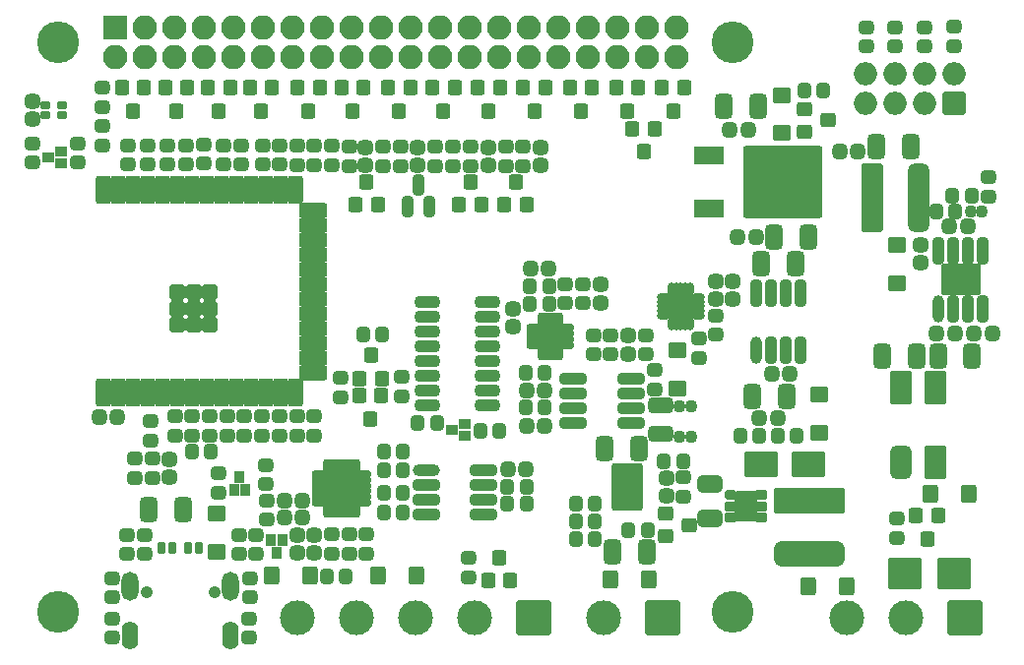
<source format=gbr>
%TF.GenerationSoftware,KiCad,Pcbnew,7.0.1*%
%TF.CreationDate,2024-03-07T06:40:02+01:00*%
%TF.ProjectId,AnthC,416e7468-432e-46b6-9963-61645f706362,M2-R4*%
%TF.SameCoordinates,Original*%
%TF.FileFunction,Soldermask,Top*%
%TF.FilePolarity,Negative*%
%FSLAX46Y46*%
G04 Gerber Fmt 4.6, Leading zero omitted, Abs format (unit mm)*
G04 Created by KiCad (PCBNEW 7.0.1) date 2024-03-07 06:40:02*
%MOMM*%
%LPD*%
G01*
G04 APERTURE LIST*
G04 Aperture macros list*
%AMRoundRect*
0 Rectangle with rounded corners*
0 $1 Rounding radius*
0 $2 $3 $4 $5 $6 $7 $8 $9 X,Y pos of 4 corners*
0 Add a 4 corners polygon primitive as box body*
4,1,4,$2,$3,$4,$5,$6,$7,$8,$9,$2,$3,0*
0 Add four circle primitives for the rounded corners*
1,1,$1+$1,$2,$3*
1,1,$1+$1,$4,$5*
1,1,$1+$1,$6,$7*
1,1,$1+$1,$8,$9*
0 Add four rect primitives between the rounded corners*
20,1,$1+$1,$2,$3,$4,$5,0*
20,1,$1+$1,$4,$5,$6,$7,0*
20,1,$1+$1,$6,$7,$8,$9,0*
20,1,$1+$1,$8,$9,$2,$3,0*%
G04 Aperture macros list end*
%ADD10C,3.600000*%
%ADD11RoundRect,0.400000X-0.200000X-0.275000X0.200000X-0.275000X0.200000X0.275000X-0.200000X0.275000X0*%
%ADD12RoundRect,0.400000X0.275000X-0.200000X0.275000X0.200000X-0.275000X0.200000X-0.275000X-0.200000X0*%
%ADD13RoundRect,0.400000X0.200000X0.275000X-0.200000X0.275000X-0.200000X-0.275000X0.200000X-0.275000X0*%
%ADD14RoundRect,0.425000X0.250000X-0.225000X0.250000X0.225000X-0.250000X0.225000X-0.250000X-0.225000X0*%
%ADD15RoundRect,0.425000X0.225000X0.250000X-0.225000X0.250000X-0.225000X-0.250000X0.225000X-0.250000X0*%
%ADD16RoundRect,0.449999X0.325001X0.650001X-0.325001X0.650001X-0.325001X-0.650001X0.325001X-0.650001X0*%
%ADD17RoundRect,0.500000X-0.675000X0.000000X0.675000X0.000000X0.675000X0.000000X-0.675000X0.000000X0*%
%ADD18RoundRect,0.350000X-0.825000X-0.150000X0.825000X-0.150000X0.825000X0.150000X-0.825000X0.150000X0*%
%ADD19RoundRect,0.200000X-0.250000X0.330000X-0.250000X-0.330000X0.250000X-0.330000X0.250000X0.330000X0*%
%ADD20RoundRect,0.425000X-0.250000X0.225000X-0.250000X-0.225000X0.250000X-0.225000X0.250000X0.225000X0*%
%ADD21RoundRect,0.200000X0.400000X-0.450000X0.400000X0.450000X-0.400000X0.450000X-0.400000X-0.450000X0*%
%ADD22RoundRect,0.425000X-0.225000X-0.250000X0.225000X-0.250000X0.225000X0.250000X-0.225000X0.250000X0*%
%ADD23RoundRect,0.400000X-0.275000X0.200000X-0.275000X-0.200000X0.275000X-0.200000X0.275000X0.200000X0*%
%ADD24RoundRect,0.500000X0.000000X-0.675000X0.000000X0.675000X0.000000X0.675000X0.000000X-0.675000X0*%
%ADD25RoundRect,0.350000X0.150000X-0.825000X0.150000X0.825000X-0.150000X0.825000X-0.150000X-0.825000X0*%
%ADD26RoundRect,0.340000X0.140000X0.170000X-0.140000X0.170000X-0.140000X-0.170000X0.140000X-0.170000X0*%
%ADD27RoundRect,0.200000X0.450000X0.600000X-0.450000X0.600000X-0.450000X-0.600000X0.450000X-0.600000X0*%
%ADD28RoundRect,0.200000X-0.600000X0.450000X-0.600000X-0.450000X0.600000X-0.450000X0.600000X0.450000X0*%
%ADD29RoundRect,0.200000X0.250000X-0.330000X0.250000X0.330000X-0.250000X0.330000X-0.250000X-0.330000X0*%
%ADD30RoundRect,0.200000X-0.330000X-0.250000X0.330000X-0.250000X0.330000X0.250000X-0.330000X0.250000X0*%
%ADD31RoundRect,0.200000X1.500000X-1.145000X1.500000X1.145000X-1.500000X1.145000X-1.500000X-1.145000X0*%
%ADD32RoundRect,0.450000X0.325000X0.650000X-0.325000X0.650000X-0.325000X-0.650000X0.325000X-0.650000X0*%
%ADD33RoundRect,0.575000X0.375000X0.875000X-0.375000X0.875000X-0.375000X-0.875000X0.375000X-0.875000X0*%
%ADD34RoundRect,0.255500X0.694500X1.194500X-0.694500X1.194500X-0.694500X-1.194500X0.694500X-1.194500X0*%
%ADD35RoundRect,0.562500X0.362500X2.387500X-0.362500X2.387500X-0.362500X-2.387500X0.362500X-2.387500X0*%
%ADD36RoundRect,0.200000X0.725000X2.750000X-0.725000X2.750000X-0.725000X-2.750000X0.725000X-2.750000X0*%
%ADD37RoundRect,0.200000X-0.400000X0.450000X-0.400000X-0.450000X0.400000X-0.450000X0.400000X0.450000X0*%
%ADD38RoundRect,0.200000X0.450000X-1.000000X0.450000X1.000000X-0.450000X1.000000X-0.450000X-1.000000X0*%
%ADD39RoundRect,0.200000X1.000000X0.450000X-1.000000X0.450000X-1.000000X-0.450000X1.000000X-0.450000X0*%
%ADD40RoundRect,0.200000X0.450000X-0.450000X0.450000X0.450000X-0.450000X0.450000X-0.450000X-0.450000X0*%
%ADD41C,1.000000*%
%ADD42RoundRect,0.200000X-0.450000X-0.600000X0.450000X-0.600000X0.450000X0.600000X-0.450000X0.600000X0*%
%ADD43RoundRect,0.200000X1.250000X1.150000X-1.250000X1.150000X-1.250000X-1.150000X1.250000X-1.150000X0*%
%ADD44RoundRect,0.449999X-0.325001X-0.650001X0.325001X-0.650001X0.325001X0.650001X-0.325001X0.650001X0*%
%ADD45RoundRect,0.262500X-0.350000X-0.062500X0.350000X-0.062500X0.350000X0.062500X-0.350000X0.062500X0*%
%ADD46RoundRect,0.262500X-0.062500X-0.350000X0.062500X-0.350000X0.062500X0.350000X-0.062500X0.350000X0*%
%ADD47RoundRect,0.200000X-0.850000X-0.850000X0.850000X-0.850000X0.850000X0.850000X-0.850000X0.850000X0*%
%ADD48RoundRect,0.200000X-0.450000X-0.400000X0.450000X-0.400000X0.450000X0.400000X-0.450000X0.400000X0*%
%ADD49RoundRect,0.200000X0.600000X-0.450000X0.600000X0.450000X-0.600000X0.450000X-0.600000X-0.450000X0*%
%ADD50RoundRect,0.200000X-1.300000X-1.300000X1.300000X-1.300000X1.300000X1.300000X-1.300000X1.300000X0*%
%ADD51RoundRect,0.275000X0.175000X0.075000X-0.175000X0.075000X-0.175000X-0.075000X0.175000X-0.075000X0*%
%ADD52RoundRect,0.350000X-0.725000X-0.150000X0.725000X-0.150000X0.725000X0.150000X-0.725000X0.150000X0*%
%ADD53RoundRect,0.262500X-0.062500X0.362500X-0.062500X-0.362500X0.062500X-0.362500X0.062500X0.362500X0*%
%ADD54RoundRect,0.200000X-1.190000X0.825000X-1.190000X-0.825000X1.190000X-0.825000X1.190000X0.825000X0*%
%ADD55RoundRect,0.449999X0.650001X-0.325001X0.650001X0.325001X-0.650001X0.325001X-0.650001X-0.325001X0*%
%ADD56RoundRect,0.200000X-1.250000X-0.900000X1.250000X-0.900000X1.250000X0.900000X-1.250000X0.900000X0*%
%ADD57RoundRect,0.200000X-1.100000X-0.600000X1.100000X-0.600000X1.100000X0.600000X-1.100000X0.600000X0*%
%ADD58RoundRect,0.200000X-3.200000X-2.900000X3.200000X-2.900000X3.200000X2.900000X-3.200000X2.900000X0*%
%ADD59RoundRect,0.250000X-0.050000X0.312500X-0.050000X-0.312500X0.050000X-0.312500X0.050000X0.312500X0*%
%ADD60RoundRect,0.250000X-0.312500X0.050000X-0.312500X-0.050000X0.312500X-0.050000X0.312500X0.050000X0*%
%ADD61RoundRect,0.200000X-0.925000X0.925000X-0.925000X-0.925000X0.925000X-0.925000X0.925000X0.925000X0*%
%ADD62RoundRect,0.650000X2.400000X-0.450000X2.400000X0.450000X-2.400000X0.450000X-2.400000X-0.450000X0*%
%ADD63RoundRect,0.200000X2.850000X-0.900000X2.850000X0.900000X-2.850000X0.900000X-2.850000X-0.900000X0*%
%ADD64RoundRect,0.312500X-0.202500X-0.112500X0.202500X-0.112500X0.202500X0.112500X-0.202500X0.112500X0*%
%ADD65RoundRect,0.200000X-0.315000X-0.225000X0.315000X-0.225000X0.315000X0.225000X-0.315000X0.225000X0*%
%ADD66RoundRect,0.200000X-0.400000X-0.525000X0.400000X-0.525000X0.400000X0.525000X-0.400000X0.525000X0*%
%ADD67RoundRect,0.200000X-0.175000X-0.300000X0.175000X-0.300000X0.175000X0.300000X-0.175000X0.300000X0*%
%ADD68RoundRect,0.200000X0.175000X0.300000X-0.175000X0.300000X-0.175000X-0.300000X0.175000X-0.300000X0*%
%ADD69RoundRect,0.350000X0.825000X0.150000X-0.825000X0.150000X-0.825000X-0.150000X0.825000X-0.150000X0*%
%ADD70RoundRect,0.340000X-0.140000X-0.170000X0.140000X-0.170000X0.140000X0.170000X-0.140000X0.170000X0*%
%ADD71RoundRect,0.350000X0.150000X-0.587500X0.150000X0.587500X-0.150000X0.587500X-0.150000X-0.587500X0*%
%ADD72RoundRect,0.450000X-0.650000X0.250000X-0.650000X-0.250000X0.650000X-0.250000X0.650000X0.250000X0*%
%ADD73RoundRect,0.200000X-0.850000X0.850000X-0.850000X-0.850000X0.850000X-0.850000X0.850000X0.850000X0*%
%ADD74O,2.100000X2.100000*%
%ADD75C,1.050000*%
%ADD76O,1.400000X2.400000*%
%ADD77O,1.450000X2.500000*%
%ADD78RoundRect,0.200000X0.800000X-0.800000X0.800000X0.800000X-0.800000X0.800000X-0.800000X-0.800000X0*%
%ADD79O,2.000000X2.000000*%
%ADD80RoundRect,0.200000X1.300000X1.300000X-1.300000X1.300000X-1.300000X-1.300000X1.300000X-1.300000X0*%
%ADD81C,3.000000*%
G04 APERTURE END LIST*
D10*
%TO.C,MH1*%
X241500000Y-98500000D03*
%TD*%
%TO.C,MH3*%
X241500000Y-147500000D03*
%TD*%
%TO.C,MH4*%
X183500000Y-98500000D03*
%TD*%
D11*
%TO.C,R13*%
X224025000Y-120950000D03*
X225675000Y-120950000D03*
%TD*%
%TO.C,R27*%
X224025000Y-119450000D03*
X225675000Y-119450000D03*
%TD*%
D12*
%TO.C,R29*%
X228600000Y-120925000D03*
X228600000Y-119275000D03*
%TD*%
D13*
%TO.C,R10*%
X225325000Y-126900000D03*
X223675000Y-126900000D03*
%TD*%
D14*
%TO.C,C15*%
X240000000Y-120575000D03*
X240000000Y-119025000D03*
%TD*%
%TO.C,C23*%
X222600000Y-122975000D03*
X222600000Y-121425000D03*
%TD*%
D15*
%TO.C,C14*%
X188575000Y-130750000D03*
X187025000Y-130750000D03*
%TD*%
D16*
%TO.C,C30*%
X194225000Y-138700000D03*
X191275000Y-138700000D03*
%TD*%
D17*
%TO.C,U4*%
X215125000Y-135295000D03*
D18*
X215125000Y-136565000D03*
X215125000Y-137835000D03*
X215125000Y-139105000D03*
X220075000Y-139105000D03*
X220075000Y-137835000D03*
X220075000Y-136565000D03*
X220075000Y-135295000D03*
%TD*%
D12*
%TO.C,R35*%
X197250000Y-137215000D03*
X197250000Y-135565000D03*
%TD*%
D19*
%TO.C,Q1*%
X198580000Y-137020000D03*
X199580000Y-137020000D03*
X199080000Y-135880000D03*
%TD*%
D12*
%TO.C,R21*%
X207800000Y-129000000D03*
X207800000Y-127350000D03*
%TD*%
%TO.C,R14*%
X187300000Y-107325000D03*
X187300000Y-105675000D03*
%TD*%
D20*
%TO.C,C17*%
X235750000Y-135975000D03*
X235750000Y-137525000D03*
%TD*%
D10*
%TO.C,MH2*%
X183500000Y-147500000D03*
%TD*%
D21*
%TO.C,Q4*%
X209400000Y-127400000D03*
X211300000Y-127400000D03*
X210350000Y-125400000D03*
%TD*%
D15*
%TO.C,C6*%
X204475000Y-139400000D03*
X202925000Y-139400000D03*
%TD*%
D22*
%TO.C,C27*%
X223725000Y-128400000D03*
X225275000Y-128400000D03*
%TD*%
D20*
%TO.C,C28*%
X230100000Y-119325000D03*
X230100000Y-120875000D03*
%TD*%
D23*
%TO.C,R15*%
X201400000Y-137925000D03*
X201400000Y-139575000D03*
%TD*%
D13*
%TO.C,R17*%
X208225000Y-144450000D03*
X206575000Y-144450000D03*
%TD*%
%TO.C,R19*%
X221425000Y-131900000D03*
X219775000Y-131900000D03*
%TD*%
D12*
%TO.C,R20*%
X199000000Y-142525000D03*
X199000000Y-140875000D03*
%TD*%
%TO.C,R25*%
X255450000Y-98825000D03*
X255450000Y-97175000D03*
%TD*%
%TO.C,R26*%
X258000000Y-98825000D03*
X258000000Y-97175000D03*
%TD*%
%TO.C,R28*%
X252950000Y-98825000D03*
X252950000Y-97175000D03*
%TD*%
%TO.C,R33*%
X185140000Y-108825000D03*
X185140000Y-107175000D03*
%TD*%
D23*
%TO.C,R42*%
X181240000Y-107175000D03*
X181240000Y-108825000D03*
%TD*%
D12*
%TO.C,R47*%
X207000000Y-142475000D03*
X207000000Y-140825000D03*
%TD*%
D23*
%TO.C,R48*%
X191400000Y-131075000D03*
X191400000Y-132725000D03*
%TD*%
%TO.C,R57*%
X196500000Y-130675000D03*
X196500000Y-132325000D03*
%TD*%
%TO.C,R59*%
X199500000Y-130675000D03*
X199500000Y-132325000D03*
%TD*%
%TO.C,R60*%
X201000000Y-130675000D03*
X201000000Y-132325000D03*
%TD*%
%TO.C,R61*%
X202500000Y-130675000D03*
X202500000Y-132325000D03*
%TD*%
D13*
%TO.C,R66*%
X211325000Y-123600000D03*
X209675000Y-123600000D03*
%TD*%
D12*
%TO.C,R69*%
X192850000Y-108975000D03*
X192850000Y-107325000D03*
%TD*%
%TO.C,R72*%
X205500000Y-132325000D03*
X205500000Y-130675000D03*
%TD*%
%TO.C,R73*%
X196000000Y-108925000D03*
X196000000Y-107275000D03*
%TD*%
%TO.C,R74*%
X199250000Y-108975000D03*
X199250000Y-107325000D03*
%TD*%
%TO.C,R75*%
X202500000Y-108975000D03*
X202500000Y-107325000D03*
%TD*%
%TO.C,R77*%
X191200000Y-108975000D03*
X191200000Y-107325000D03*
%TD*%
%TO.C,R78*%
X189450000Y-108975000D03*
X189450000Y-107325000D03*
%TD*%
%TO.C,R79*%
X204000000Y-109025000D03*
X204000000Y-107375000D03*
%TD*%
%TO.C,R80*%
X207000000Y-109025000D03*
X207000000Y-107375000D03*
%TD*%
D24*
%TO.C,U13*%
X243495000Y-124975000D03*
D25*
X244765000Y-124975000D03*
X246035000Y-124975000D03*
X247305000Y-124975000D03*
X247305000Y-120025000D03*
X246035000Y-120025000D03*
X244765000Y-120025000D03*
X243495000Y-120025000D03*
%TD*%
D22*
%TO.C,C4*%
X259025000Y-123500000D03*
X260575000Y-123500000D03*
%TD*%
D15*
%TO.C,C5*%
X261675000Y-114300000D03*
X260125000Y-114300000D03*
%TD*%
D26*
%TO.C,C7*%
X262880000Y-113025000D03*
X261920000Y-113025000D03*
%TD*%
D15*
%TO.C,C24*%
X243475000Y-115250000D03*
X241925000Y-115250000D03*
%TD*%
D27*
%TO.C,D1*%
X205150000Y-144400000D03*
X201850000Y-144400000D03*
%TD*%
%TO.C,D8*%
X214250000Y-144400000D03*
X210950000Y-144400000D03*
%TD*%
D28*
%TO.C,D18*%
X255600000Y-115950000D03*
X255600000Y-119250000D03*
%TD*%
D29*
%TO.C,Q2*%
X202750000Y-141280000D03*
X201750000Y-141280000D03*
X202250000Y-142420000D03*
%TD*%
D30*
%TO.C,Q5*%
X218470000Y-132300000D03*
X218470000Y-131300000D03*
X217330000Y-131800000D03*
%TD*%
%TO.C,Q7*%
X183740000Y-108900000D03*
X183740000Y-107900000D03*
X182600000Y-108400000D03*
%TD*%
D11*
%TO.C,R87*%
X247625000Y-102650000D03*
X249275000Y-102650000D03*
%TD*%
D24*
%TO.C,U1*%
X259195000Y-121375000D03*
D25*
X260465000Y-121375000D03*
X261735000Y-121375000D03*
X263005000Y-121375000D03*
X263005000Y-116425000D03*
X261735000Y-116425000D03*
X260465000Y-116425000D03*
X259195000Y-116425000D03*
D31*
X261100000Y-118900000D03*
%TD*%
D16*
%TO.C,C1*%
X257275000Y-125500000D03*
X254325000Y-125500000D03*
%TD*%
D14*
%TO.C,C8*%
X257600000Y-117475000D03*
X257600000Y-115925000D03*
%TD*%
D11*
%TO.C,R38*%
X232525000Y-140450000D03*
X234175000Y-140450000D03*
%TD*%
D32*
%TO.C,C18*%
X234075000Y-142350000D03*
X231125000Y-142350000D03*
%TD*%
D11*
%TO.C,R37*%
X242125000Y-132300000D03*
X243775000Y-132300000D03*
%TD*%
D20*
%TO.C,C32*%
X181300000Y-103525000D03*
X181300000Y-105075000D03*
%TD*%
D15*
%TO.C,C34*%
X225275000Y-131450000D03*
X223725000Y-131450000D03*
%TD*%
D12*
%TO.C,R89*%
X200500000Y-142525000D03*
X200500000Y-140875000D03*
%TD*%
D23*
%TO.C,R46*%
X218900000Y-107475000D03*
X218900000Y-109125000D03*
%TD*%
%TO.C,R63*%
X208500000Y-140825000D03*
X208500000Y-142475000D03*
%TD*%
%TO.C,R44*%
X211400000Y-107475000D03*
X211400000Y-109125000D03*
%TD*%
D21*
%TO.C,D16*%
X217950000Y-112480000D03*
X219850000Y-112480000D03*
X218900000Y-110480000D03*
%TD*%
D14*
%TO.C,C37*%
X220450000Y-109075000D03*
X220450000Y-107525000D03*
%TD*%
D33*
%TO.C,FL1*%
X255900000Y-134650000D03*
D34*
X258900000Y-134650000D03*
X258900000Y-128150000D03*
X255900000Y-128150000D03*
%TD*%
D35*
%TO.C,L1*%
X257475000Y-111850000D03*
D36*
X253475000Y-111850000D03*
%TD*%
D13*
%TO.C,R2*%
X260625000Y-113050000D03*
X258975000Y-113050000D03*
%TD*%
D22*
%TO.C,C13*%
X222125000Y-135200000D03*
X223675000Y-135200000D03*
%TD*%
D13*
%TO.C,R54*%
X196625000Y-133700000D03*
X194975000Y-133700000D03*
%TD*%
D12*
%TO.C,R22*%
X229500000Y-125325000D03*
X229500000Y-123675000D03*
%TD*%
%TO.C,R24*%
X231000000Y-125325000D03*
X231000000Y-123675000D03*
%TD*%
D37*
%TO.C,D2*%
X190850000Y-102400000D03*
X188950000Y-102400000D03*
X189900000Y-104400000D03*
%TD*%
%TO.C,D15*%
X201850000Y-102400000D03*
X199950000Y-102400000D03*
X200900000Y-104400000D03*
%TD*%
%TO.C,D22*%
X221450000Y-102400000D03*
X219550000Y-102400000D03*
X220500000Y-104400000D03*
%TD*%
%TO.C,D25*%
X229350000Y-102400000D03*
X227450000Y-102400000D03*
X228400000Y-104400000D03*
%TD*%
%TO.C,D26*%
X205950000Y-102400000D03*
X204050000Y-102400000D03*
X205000000Y-104400000D03*
%TD*%
%TO.C,D27*%
X217550000Y-102400000D03*
X215650000Y-102400000D03*
X216600000Y-104400000D03*
%TD*%
%TO.C,D28*%
X225350000Y-102400000D03*
X223450000Y-102400000D03*
X224400000Y-104400000D03*
%TD*%
%TO.C,D29*%
X233350000Y-102400000D03*
X231450000Y-102400000D03*
X232400000Y-104400000D03*
%TD*%
D23*
%TO.C,R9*%
X201320000Y-134875000D03*
X201320000Y-136525000D03*
%TD*%
%TO.C,R18*%
X213000000Y-127275000D03*
X213000000Y-128925000D03*
%TD*%
D37*
%TO.C,D21*%
X213750000Y-102400000D03*
X211850000Y-102400000D03*
X212800000Y-104400000D03*
%TD*%
D23*
%TO.C,R45*%
X223450000Y-107475000D03*
X223450000Y-109125000D03*
%TD*%
%TO.C,R52*%
X221950000Y-107475000D03*
X221950000Y-109125000D03*
%TD*%
D21*
%TO.C,D11*%
X221850000Y-112480000D03*
X223750000Y-112480000D03*
X222800000Y-110480000D03*
%TD*%
D14*
%TO.C,C38*%
X224950000Y-109075000D03*
X224950000Y-107525000D03*
%TD*%
D12*
%TO.C,R81*%
X201050000Y-108975000D03*
X201050000Y-107325000D03*
%TD*%
%TO.C,R11*%
X237250000Y-137575000D03*
X237250000Y-135925000D03*
%TD*%
%TO.C,R53*%
X190050000Y-135975000D03*
X190050000Y-134325000D03*
%TD*%
D38*
%TO.C,U6*%
X187390000Y-128650000D03*
X188660000Y-128650000D03*
X189930000Y-128650000D03*
X191200000Y-128650000D03*
X192470000Y-128650000D03*
X193740000Y-128650000D03*
X195010000Y-128650000D03*
X196280000Y-128650000D03*
X197550000Y-128650000D03*
X198820000Y-128650000D03*
X200090000Y-128650000D03*
X201360000Y-128650000D03*
X202630000Y-128650000D03*
X203900000Y-128650000D03*
D39*
X205400000Y-126885000D03*
X205400000Y-125615000D03*
X205400000Y-124345000D03*
X205400000Y-123075000D03*
X205400000Y-121805000D03*
X205400000Y-120535000D03*
X205400000Y-119265000D03*
X205400000Y-117995000D03*
X205400000Y-116725000D03*
X205400000Y-115455000D03*
X205400000Y-114185000D03*
X205400000Y-112915000D03*
D38*
X203900000Y-111150000D03*
X202630000Y-111150000D03*
X201360000Y-111150000D03*
X200090000Y-111150000D03*
X198820000Y-111150000D03*
X197550000Y-111150000D03*
X196280000Y-111150000D03*
X195010000Y-111150000D03*
X193740000Y-111150000D03*
X192470000Y-111150000D03*
X191200000Y-111150000D03*
X189930000Y-111150000D03*
X188660000Y-111150000D03*
X187390000Y-111150000D03*
D40*
X193710000Y-122800000D03*
D41*
X194410000Y-122800000D03*
D40*
X195110000Y-122800000D03*
D41*
X195810000Y-122800000D03*
D40*
X196510000Y-122800000D03*
D41*
X193710000Y-122100000D03*
X195110000Y-122100000D03*
X196510000Y-122100000D03*
D40*
X193710000Y-121400000D03*
D41*
X194410000Y-121400000D03*
D40*
X195110000Y-121400000D03*
D41*
X195810000Y-121400000D03*
D40*
X196510000Y-121400000D03*
D41*
X193710000Y-120700000D03*
X195110000Y-120700000D03*
X196510000Y-120700000D03*
D40*
X193710000Y-120000000D03*
D41*
X194410000Y-120000000D03*
D40*
X195110000Y-120000000D03*
D41*
X195810000Y-120000000D03*
D40*
X196510000Y-120000000D03*
%TD*%
D23*
%TO.C,R50*%
X208500000Y-107475000D03*
X208500000Y-109125000D03*
%TD*%
D22*
%TO.C,C29*%
X244825000Y-127000000D03*
X246375000Y-127000000D03*
%TD*%
D23*
%TO.C,R51*%
X217400000Y-107475000D03*
X217400000Y-109125000D03*
%TD*%
%TO.C,R56*%
X195000000Y-130675000D03*
X195000000Y-132325000D03*
%TD*%
D15*
%TO.C,C11*%
X252200000Y-107900000D03*
X250650000Y-107900000D03*
%TD*%
D12*
%TO.C,R43*%
X210000000Y-142475000D03*
X210000000Y-140825000D03*
%TD*%
D23*
%TO.C,R23*%
X227100000Y-119275000D03*
X227100000Y-120925000D03*
%TD*%
%TO.C,R16*%
X187300000Y-102375000D03*
X187300000Y-104025000D03*
%TD*%
D14*
%TO.C,C36*%
X209900000Y-109075000D03*
X209900000Y-107525000D03*
%TD*%
D23*
%TO.C,R58*%
X198000000Y-130675000D03*
X198000000Y-132325000D03*
%TD*%
D11*
%TO.C,R41*%
X214375000Y-131250000D03*
X216025000Y-131250000D03*
%TD*%
D23*
%TO.C,R55*%
X193500000Y-130675000D03*
X193500000Y-132325000D03*
%TD*%
D21*
%TO.C,D30*%
X220450000Y-144800000D03*
X222350000Y-144800000D03*
X221400000Y-142800000D03*
%TD*%
%TO.C,D10*%
X209050000Y-112480000D03*
X210950000Y-112480000D03*
X210000000Y-110480000D03*
%TD*%
D37*
%TO.C,Q8*%
X259150000Y-139200000D03*
X257250000Y-139200000D03*
X258200000Y-141200000D03*
%TD*%
D42*
%TO.C,D14*%
X258450000Y-137300000D03*
X261750000Y-137300000D03*
%TD*%
D43*
%TO.C,D13*%
X260550000Y-144200000D03*
X256250000Y-144200000D03*
%TD*%
D44*
%TO.C,C2*%
X259125000Y-125500000D03*
X262075000Y-125500000D03*
%TD*%
D23*
%TO.C,R1*%
X255600000Y-139475000D03*
X255600000Y-141125000D03*
%TD*%
D45*
%TO.C,U9*%
X224337500Y-123050000D03*
X224337500Y-123550000D03*
X224337500Y-124050000D03*
X224337500Y-124550000D03*
D46*
X225050000Y-125262500D03*
X225550000Y-125262500D03*
X226050000Y-125262500D03*
X226550000Y-125262500D03*
D45*
X227262500Y-124550000D03*
X227262500Y-124050000D03*
X227262500Y-123550000D03*
X227262500Y-123050000D03*
D46*
X226550000Y-122337500D03*
X226050000Y-122337500D03*
X225550000Y-122337500D03*
X225050000Y-122337500D03*
D41*
X225300000Y-123300000D03*
X225300000Y-124300000D03*
X225800000Y-123800000D03*
D47*
X225800000Y-123800000D03*
D41*
X226300000Y-123300000D03*
X226300000Y-124300000D03*
%TD*%
D48*
%TO.C,Q9*%
X247650000Y-104250000D03*
X247650000Y-106150000D03*
X249650000Y-105200000D03*
%TD*%
D44*
%TO.C,C22*%
X245025000Y-115250000D03*
X247975000Y-115250000D03*
%TD*%
D15*
%TO.C,C25*%
X225625000Y-117950000D03*
X224075000Y-117950000D03*
%TD*%
D13*
%TO.C,R32*%
X225325000Y-129900000D03*
X223675000Y-129900000D03*
%TD*%
D37*
%TO.C,D32*%
X194550000Y-102400000D03*
X192650000Y-102400000D03*
X193600000Y-104400000D03*
%TD*%
%TO.C,D33*%
X198250000Y-102400000D03*
X196350000Y-102400000D03*
X197300000Y-104400000D03*
%TD*%
%TO.C,D17*%
X209750000Y-102400000D03*
X207850000Y-102400000D03*
X208800000Y-104400000D03*
%TD*%
D12*
%TO.C,R31*%
X190900000Y-142525000D03*
X190900000Y-140875000D03*
%TD*%
D23*
%TO.C,R67*%
X234000000Y-123675000D03*
X234000000Y-125325000D03*
%TD*%
D20*
%TO.C,C26*%
X232500000Y-123725000D03*
X232500000Y-125275000D03*
%TD*%
D12*
%TO.C,R8*%
X263450000Y-111725000D03*
X263450000Y-110075000D03*
%TD*%
D49*
%TO.C,D24*%
X245700000Y-106300000D03*
X245700000Y-103000000D03*
%TD*%
D16*
%TO.C,C12*%
X243675000Y-104000000D03*
X240725000Y-104000000D03*
%TD*%
D11*
%TO.C,R86*%
X260350000Y-111675000D03*
X262000000Y-111675000D03*
%TD*%
D12*
%TO.C,R3*%
X199900000Y-149725000D03*
X199900000Y-148075000D03*
%TD*%
%TO.C,R88*%
X188100000Y-149725000D03*
X188100000Y-148075000D03*
%TD*%
D16*
%TO.C,C16*%
X233375000Y-133400000D03*
X230425000Y-133400000D03*
%TD*%
D20*
%TO.C,C31*%
X204000000Y-140875000D03*
X204000000Y-142425000D03*
%TD*%
%TO.C,C40*%
X193050000Y-134375000D03*
X193050000Y-135925000D03*
%TD*%
D12*
%TO.C,R7*%
X191550000Y-135975000D03*
X191550000Y-134325000D03*
%TD*%
D11*
%TO.C,R64*%
X222075000Y-136700000D03*
X223725000Y-136700000D03*
%TD*%
%TO.C,R65*%
X222075000Y-138200000D03*
X223725000Y-138200000D03*
%TD*%
%TO.C,R92*%
X211475000Y-137250000D03*
X213125000Y-137250000D03*
%TD*%
D45*
%TO.C,U5*%
X205912500Y-135612500D03*
X205912500Y-136112500D03*
X205912500Y-136612500D03*
X205912500Y-137112500D03*
X205912500Y-137612500D03*
X205912500Y-138112500D03*
D46*
X206600000Y-138800000D03*
X207100000Y-138800000D03*
X207600000Y-138800000D03*
X208100000Y-138800000D03*
X208600000Y-138800000D03*
X209100000Y-138800000D03*
D45*
X209787500Y-138112500D03*
X209787500Y-137612500D03*
X209787500Y-137112500D03*
X209787500Y-136612500D03*
X209787500Y-136112500D03*
X209787500Y-135612500D03*
D46*
X209100000Y-134925000D03*
X208600000Y-134925000D03*
X208100000Y-134925000D03*
X207600000Y-134925000D03*
X207100000Y-134925000D03*
X206600000Y-134925000D03*
D50*
X207850000Y-136862500D03*
%TD*%
D51*
%TO.C,U8*%
X183800000Y-104700000D03*
X183800000Y-103900000D03*
X182400000Y-103900000D03*
X182400000Y-104700000D03*
%TD*%
D52*
%TO.C,U11*%
X215250000Y-120780000D03*
X215250000Y-122050000D03*
X215250000Y-123320000D03*
X215250000Y-124590000D03*
X215250000Y-125860000D03*
X215250000Y-127130000D03*
X215250000Y-128400000D03*
X215250000Y-129670000D03*
X220400000Y-129670000D03*
X220400000Y-128400000D03*
X220400000Y-127130000D03*
X220400000Y-125860000D03*
X220400000Y-124590000D03*
X220400000Y-123320000D03*
X220400000Y-122050000D03*
X220400000Y-120780000D03*
%TD*%
D15*
%TO.C,C19*%
X204475000Y-137900000D03*
X202925000Y-137900000D03*
%TD*%
D20*
%TO.C,C39*%
X205500000Y-140875000D03*
X205500000Y-142425000D03*
%TD*%
D37*
%TO.C,Q3*%
X211250000Y-128900000D03*
X209350000Y-128900000D03*
X210300000Y-130900000D03*
%TD*%
D23*
%TO.C,R62*%
X204000000Y-130675000D03*
X204000000Y-132325000D03*
%TD*%
D12*
%TO.C,R91*%
X234750000Y-128325000D03*
X234750000Y-126675000D03*
%TD*%
D16*
%TO.C,C21*%
X246875000Y-117500000D03*
X243925000Y-117500000D03*
%TD*%
D13*
%TO.C,R12*%
X229625000Y-138200000D03*
X227975000Y-138200000D03*
%TD*%
%TO.C,TH1*%
X229625000Y-139700000D03*
X227975000Y-139700000D03*
%TD*%
D53*
%TO.C,U2*%
X233400000Y-135300000D03*
X232900000Y-135300000D03*
X232400000Y-135300000D03*
X231900000Y-135300000D03*
X231400000Y-135300000D03*
X231400000Y-138200000D03*
X231900000Y-138200000D03*
X232400000Y-138200000D03*
X232900000Y-138200000D03*
X233400000Y-138200000D03*
D54*
X232400000Y-136750000D03*
%TD*%
D55*
%TO.C,C43*%
X239550000Y-139425000D03*
X239550000Y-136475000D03*
%TD*%
D56*
%TO.C,D7*%
X243950000Y-134800000D03*
X247950000Y-134800000D03*
%TD*%
D11*
%TO.C,R36*%
X245325000Y-132300000D03*
X246975000Y-132300000D03*
%TD*%
D12*
%TO.C,R82*%
X238600000Y-125625000D03*
X238600000Y-123975000D03*
%TD*%
D14*
%TO.C,C42*%
X241475000Y-120575000D03*
X241475000Y-119025000D03*
%TD*%
D12*
%TO.C,R71*%
X205500000Y-109025000D03*
X205500000Y-107375000D03*
%TD*%
%TO.C,R70*%
X194450000Y-108975000D03*
X194450000Y-107325000D03*
%TD*%
%TO.C,R76*%
X197700000Y-108975000D03*
X197700000Y-107325000D03*
%TD*%
D57*
%TO.C,U3*%
X239450000Y-108240000D03*
D58*
X245750000Y-110520000D03*
D57*
X239450000Y-112800000D03*
%TD*%
D15*
%TO.C,C20*%
X242775000Y-106000000D03*
X241225000Y-106000000D03*
%TD*%
D44*
%TO.C,C9*%
X253800000Y-107475000D03*
X256750000Y-107475000D03*
%TD*%
D22*
%TO.C,C3*%
X262225000Y-123500000D03*
X263775000Y-123500000D03*
%TD*%
D12*
%TO.C,R83*%
X240000000Y-123625000D03*
X240000000Y-121975000D03*
%TD*%
D59*
%TO.C,U10*%
X237800000Y-119712500D03*
X237400000Y-119712500D03*
X237000000Y-119712500D03*
X236600000Y-119712500D03*
X236200000Y-119712500D03*
D60*
X235512500Y-120400000D03*
X235512500Y-120800000D03*
X235512500Y-121200000D03*
X235512500Y-121600000D03*
X235512500Y-122000000D03*
D59*
X236200000Y-122687500D03*
X236600000Y-122687500D03*
X237000000Y-122687500D03*
X237400000Y-122687500D03*
X237800000Y-122687500D03*
D60*
X238487500Y-122000000D03*
X238487500Y-121600000D03*
X238487500Y-121200000D03*
X238487500Y-120800000D03*
X238487500Y-120400000D03*
D61*
X237000000Y-121200000D03*
%TD*%
D32*
%TO.C,C41*%
X246125000Y-128950000D03*
X243175000Y-128950000D03*
%TD*%
D22*
%TO.C,C44*%
X243775000Y-130800000D03*
X245325000Y-130800000D03*
%TD*%
D49*
%TO.C,D9*%
X248950000Y-132100000D03*
X248950000Y-128800000D03*
%TD*%
D13*
%TO.C,R93*%
X213125000Y-138900000D03*
X211475000Y-138900000D03*
%TD*%
%TO.C,R95*%
X213125000Y-133700000D03*
X211475000Y-133700000D03*
%TD*%
%TO.C,R94*%
X213125000Y-135300000D03*
X211475000Y-135300000D03*
%TD*%
%TO.C,R30*%
X237225000Y-134500000D03*
X235575000Y-134500000D03*
%TD*%
D62*
%TO.C,L2*%
X248050000Y-142500000D03*
D63*
X248050000Y-137900000D03*
%TD*%
D64*
%TO.C,U12*%
X241260000Y-137450000D03*
D65*
X241260000Y-138400000D03*
X241260000Y-139350000D03*
X243940000Y-139350000D03*
X243940000Y-138400000D03*
X243940000Y-137450000D03*
D41*
X242200000Y-137700000D03*
D66*
X242200000Y-137875000D03*
X242200000Y-138925000D03*
D41*
X242200000Y-139100000D03*
X243000000Y-137700000D03*
D66*
X243000000Y-137875000D03*
X243000000Y-138925000D03*
D41*
X243000000Y-139100000D03*
%TD*%
D67*
%TO.C,D5*%
X194600000Y-142025000D03*
X195550000Y-142025000D03*
%TD*%
D12*
%TO.C,R4*%
X189400000Y-142525000D03*
X189400000Y-140875000D03*
%TD*%
D28*
%TO.C,D3*%
X197100000Y-139050000D03*
X197100000Y-142350000D03*
%TD*%
D12*
%TO.C,R34*%
X260500000Y-98775000D03*
X260500000Y-97125000D03*
%TD*%
D11*
%TO.C,R39*%
X227975000Y-141200000D03*
X229625000Y-141200000D03*
%TD*%
D12*
%TO.C,R5*%
X218800000Y-144525000D03*
X218800000Y-142875000D03*
%TD*%
D68*
%TO.C,D19*%
X193325000Y-142025000D03*
X192375000Y-142025000D03*
%TD*%
D23*
%TO.C,R40*%
X215900000Y-107475000D03*
X215900000Y-109125000D03*
%TD*%
D69*
%TO.C,U7*%
X232700000Y-131200000D03*
X232700000Y-129930000D03*
X232700000Y-128660000D03*
X232700000Y-127390000D03*
X227750000Y-127390000D03*
X227750000Y-128660000D03*
X227750000Y-129930000D03*
X227750000Y-131200000D03*
%TD*%
D70*
%TO.C,C45*%
X236920000Y-132450000D03*
X237880000Y-132450000D03*
%TD*%
D71*
%TO.C,D6*%
X213500000Y-112637500D03*
X215400000Y-112637500D03*
X214450000Y-110762500D03*
%TD*%
D27*
%TO.C,D4*%
X251250000Y-145250000D03*
X247950000Y-145250000D03*
%TD*%
D23*
%TO.C,R100*%
X188100000Y-144575000D03*
X188100000Y-146225000D03*
%TD*%
D70*
%TO.C,C46*%
X236920000Y-129800000D03*
X237880000Y-129800000D03*
%TD*%
D37*
%TO.C,D35*%
X234750000Y-105900000D03*
X232850000Y-105900000D03*
X233800000Y-107900000D03*
%TD*%
D27*
%TO.C,D31*%
X234300000Y-144700000D03*
X231000000Y-144700000D03*
%TD*%
D72*
%TO.C,Y1*%
X235250000Y-129700000D03*
X235250000Y-132200000D03*
%TD*%
D23*
%TO.C,R49*%
X212900000Y-107475000D03*
X212900000Y-109125000D03*
%TD*%
D37*
%TO.C,D23*%
X237300000Y-102390000D03*
X235400000Y-102390000D03*
X236350000Y-104390000D03*
%TD*%
D48*
%TO.C,Q10*%
X235699000Y-139050000D03*
X235699000Y-140950000D03*
X237699000Y-140000000D03*
%TD*%
D49*
%TO.C,D20*%
X236700000Y-128250000D03*
X236700000Y-124950000D03*
%TD*%
D14*
%TO.C,C35*%
X214400000Y-109075000D03*
X214400000Y-107525000D03*
%TD*%
D23*
%TO.C,R99*%
X200000000Y-144575000D03*
X200000000Y-146225000D03*
%TD*%
D73*
%TO.C,J3*%
X188372600Y-97232300D03*
D74*
X188372600Y-99772300D03*
X190912600Y-97232300D03*
X190912600Y-99772300D03*
X193452600Y-97232300D03*
X193452600Y-99772300D03*
X195992600Y-97232300D03*
X195992600Y-99772300D03*
X198532600Y-97232300D03*
X198532600Y-99772300D03*
X201072600Y-97232300D03*
X201072600Y-99772300D03*
X203612600Y-97232300D03*
X203612600Y-99772300D03*
X206152600Y-97232300D03*
X206152600Y-99772300D03*
X208692600Y-97232300D03*
X208692600Y-99772300D03*
X211232600Y-97232300D03*
X211232600Y-99772300D03*
X213772600Y-97232300D03*
X213772600Y-99772300D03*
X216312600Y-97232300D03*
X216312600Y-99772300D03*
X218852600Y-97232300D03*
X218852600Y-99772300D03*
X221392600Y-97232300D03*
X221392600Y-99772300D03*
X223932600Y-97232300D03*
X223932600Y-99772300D03*
X226472600Y-97232300D03*
X226472600Y-99772300D03*
X229012600Y-97232300D03*
X229012600Y-99772300D03*
X231552600Y-97232300D03*
X231552600Y-99772300D03*
X234092600Y-97232300D03*
X234092600Y-99772300D03*
X236632600Y-97232300D03*
X236632600Y-99772300D03*
%TD*%
D75*
%TO.C,J1*%
X196890000Y-145820000D03*
X191110000Y-145820000D03*
D76*
X198320000Y-149500000D03*
X189680000Y-149500000D03*
D77*
X198320000Y-145320000D03*
X189680000Y-145320000D03*
%TD*%
D78*
%TO.C,SW1*%
X260550000Y-103690000D03*
D79*
X258010000Y-103690000D03*
X255470000Y-103690000D03*
X252930000Y-103690000D03*
X252930000Y-101150000D03*
X255470000Y-101150000D03*
X258010000Y-101150000D03*
X260550000Y-101150000D03*
%TD*%
D80*
%TO.C,J5*%
X261460000Y-148000000D03*
D81*
X256380000Y-148000000D03*
X251300000Y-148000000D03*
%TD*%
D80*
%TO.C,J6*%
X235445000Y-148000000D03*
D81*
X230365000Y-148000000D03*
%TD*%
D80*
%TO.C,J2*%
X224320000Y-148000000D03*
D81*
X219240000Y-148000000D03*
X214160000Y-148000000D03*
X209080000Y-148000000D03*
X204000000Y-148000000D03*
%TD*%
M02*

</source>
